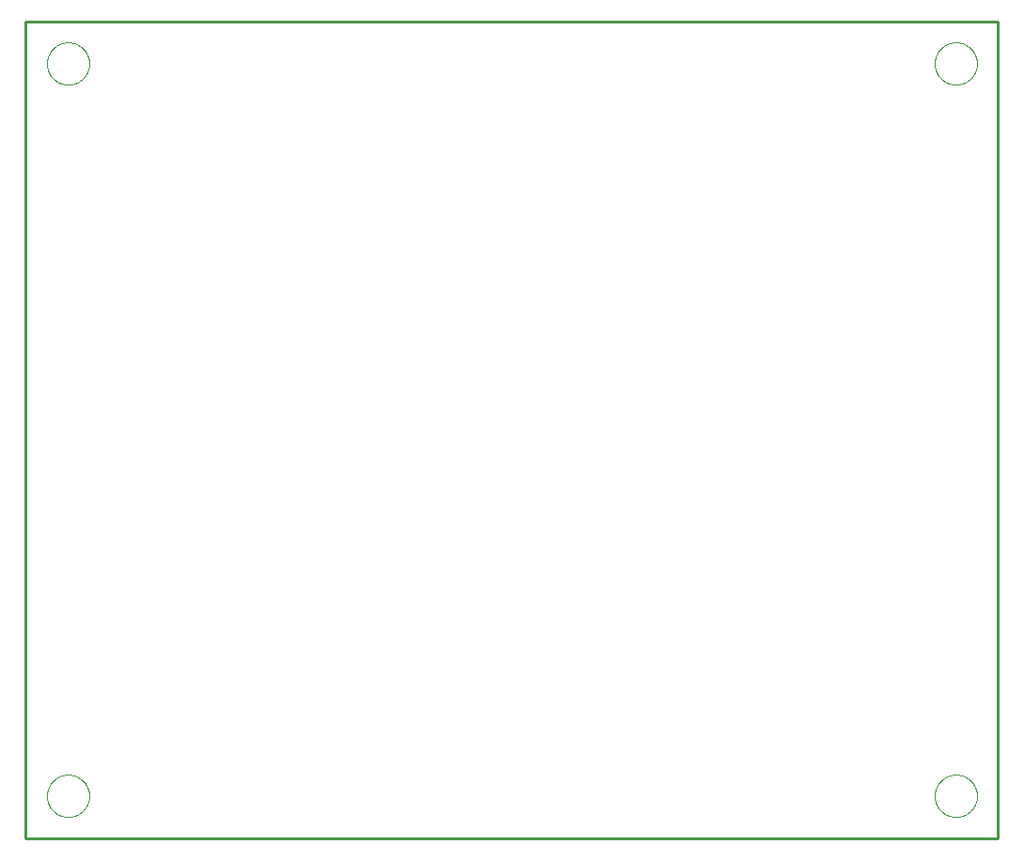
<source format=gko>
G75*
%MOIN*%
%OFA0B0*%
%FSLAX25Y25*%
%IPPOS*%
%LPD*%
%AMOC8*
5,1,8,0,0,1.08239X$1,22.5*
%
%ADD10C,0.00000*%
%ADD11C,0.01000*%
D10*
X0009000Y0016833D02*
X0009002Y0017017D01*
X0009009Y0017201D01*
X0009020Y0017385D01*
X0009036Y0017568D01*
X0009056Y0017751D01*
X0009081Y0017933D01*
X0009110Y0018115D01*
X0009144Y0018296D01*
X0009182Y0018476D01*
X0009225Y0018655D01*
X0009272Y0018833D01*
X0009323Y0019010D01*
X0009379Y0019186D01*
X0009438Y0019360D01*
X0009503Y0019532D01*
X0009571Y0019703D01*
X0009643Y0019872D01*
X0009720Y0020040D01*
X0009801Y0020205D01*
X0009886Y0020368D01*
X0009974Y0020530D01*
X0010067Y0020689D01*
X0010164Y0020845D01*
X0010264Y0021000D01*
X0010368Y0021152D01*
X0010476Y0021301D01*
X0010587Y0021447D01*
X0010702Y0021591D01*
X0010821Y0021732D01*
X0010943Y0021870D01*
X0011068Y0022005D01*
X0011197Y0022136D01*
X0011328Y0022265D01*
X0011463Y0022390D01*
X0011601Y0022512D01*
X0011742Y0022631D01*
X0011886Y0022746D01*
X0012032Y0022857D01*
X0012181Y0022965D01*
X0012333Y0023069D01*
X0012488Y0023169D01*
X0012644Y0023266D01*
X0012803Y0023359D01*
X0012965Y0023447D01*
X0013128Y0023532D01*
X0013293Y0023613D01*
X0013461Y0023690D01*
X0013630Y0023762D01*
X0013801Y0023830D01*
X0013973Y0023895D01*
X0014147Y0023954D01*
X0014323Y0024010D01*
X0014500Y0024061D01*
X0014678Y0024108D01*
X0014857Y0024151D01*
X0015037Y0024189D01*
X0015218Y0024223D01*
X0015400Y0024252D01*
X0015582Y0024277D01*
X0015765Y0024297D01*
X0015948Y0024313D01*
X0016132Y0024324D01*
X0016316Y0024331D01*
X0016500Y0024333D01*
X0016684Y0024331D01*
X0016868Y0024324D01*
X0017052Y0024313D01*
X0017235Y0024297D01*
X0017418Y0024277D01*
X0017600Y0024252D01*
X0017782Y0024223D01*
X0017963Y0024189D01*
X0018143Y0024151D01*
X0018322Y0024108D01*
X0018500Y0024061D01*
X0018677Y0024010D01*
X0018853Y0023954D01*
X0019027Y0023895D01*
X0019199Y0023830D01*
X0019370Y0023762D01*
X0019539Y0023690D01*
X0019707Y0023613D01*
X0019872Y0023532D01*
X0020035Y0023447D01*
X0020197Y0023359D01*
X0020356Y0023266D01*
X0020512Y0023169D01*
X0020667Y0023069D01*
X0020819Y0022965D01*
X0020968Y0022857D01*
X0021114Y0022746D01*
X0021258Y0022631D01*
X0021399Y0022512D01*
X0021537Y0022390D01*
X0021672Y0022265D01*
X0021803Y0022136D01*
X0021932Y0022005D01*
X0022057Y0021870D01*
X0022179Y0021732D01*
X0022298Y0021591D01*
X0022413Y0021447D01*
X0022524Y0021301D01*
X0022632Y0021152D01*
X0022736Y0021000D01*
X0022836Y0020845D01*
X0022933Y0020689D01*
X0023026Y0020530D01*
X0023114Y0020368D01*
X0023199Y0020205D01*
X0023280Y0020040D01*
X0023357Y0019872D01*
X0023429Y0019703D01*
X0023497Y0019532D01*
X0023562Y0019360D01*
X0023621Y0019186D01*
X0023677Y0019010D01*
X0023728Y0018833D01*
X0023775Y0018655D01*
X0023818Y0018476D01*
X0023856Y0018296D01*
X0023890Y0018115D01*
X0023919Y0017933D01*
X0023944Y0017751D01*
X0023964Y0017568D01*
X0023980Y0017385D01*
X0023991Y0017201D01*
X0023998Y0017017D01*
X0024000Y0016833D01*
X0023998Y0016649D01*
X0023991Y0016465D01*
X0023980Y0016281D01*
X0023964Y0016098D01*
X0023944Y0015915D01*
X0023919Y0015733D01*
X0023890Y0015551D01*
X0023856Y0015370D01*
X0023818Y0015190D01*
X0023775Y0015011D01*
X0023728Y0014833D01*
X0023677Y0014656D01*
X0023621Y0014480D01*
X0023562Y0014306D01*
X0023497Y0014134D01*
X0023429Y0013963D01*
X0023357Y0013794D01*
X0023280Y0013626D01*
X0023199Y0013461D01*
X0023114Y0013298D01*
X0023026Y0013136D01*
X0022933Y0012977D01*
X0022836Y0012821D01*
X0022736Y0012666D01*
X0022632Y0012514D01*
X0022524Y0012365D01*
X0022413Y0012219D01*
X0022298Y0012075D01*
X0022179Y0011934D01*
X0022057Y0011796D01*
X0021932Y0011661D01*
X0021803Y0011530D01*
X0021672Y0011401D01*
X0021537Y0011276D01*
X0021399Y0011154D01*
X0021258Y0011035D01*
X0021114Y0010920D01*
X0020968Y0010809D01*
X0020819Y0010701D01*
X0020667Y0010597D01*
X0020512Y0010497D01*
X0020356Y0010400D01*
X0020197Y0010307D01*
X0020035Y0010219D01*
X0019872Y0010134D01*
X0019707Y0010053D01*
X0019539Y0009976D01*
X0019370Y0009904D01*
X0019199Y0009836D01*
X0019027Y0009771D01*
X0018853Y0009712D01*
X0018677Y0009656D01*
X0018500Y0009605D01*
X0018322Y0009558D01*
X0018143Y0009515D01*
X0017963Y0009477D01*
X0017782Y0009443D01*
X0017600Y0009414D01*
X0017418Y0009389D01*
X0017235Y0009369D01*
X0017052Y0009353D01*
X0016868Y0009342D01*
X0016684Y0009335D01*
X0016500Y0009333D01*
X0016316Y0009335D01*
X0016132Y0009342D01*
X0015948Y0009353D01*
X0015765Y0009369D01*
X0015582Y0009389D01*
X0015400Y0009414D01*
X0015218Y0009443D01*
X0015037Y0009477D01*
X0014857Y0009515D01*
X0014678Y0009558D01*
X0014500Y0009605D01*
X0014323Y0009656D01*
X0014147Y0009712D01*
X0013973Y0009771D01*
X0013801Y0009836D01*
X0013630Y0009904D01*
X0013461Y0009976D01*
X0013293Y0010053D01*
X0013128Y0010134D01*
X0012965Y0010219D01*
X0012803Y0010307D01*
X0012644Y0010400D01*
X0012488Y0010497D01*
X0012333Y0010597D01*
X0012181Y0010701D01*
X0012032Y0010809D01*
X0011886Y0010920D01*
X0011742Y0011035D01*
X0011601Y0011154D01*
X0011463Y0011276D01*
X0011328Y0011401D01*
X0011197Y0011530D01*
X0011068Y0011661D01*
X0010943Y0011796D01*
X0010821Y0011934D01*
X0010702Y0012075D01*
X0010587Y0012219D01*
X0010476Y0012365D01*
X0010368Y0012514D01*
X0010264Y0012666D01*
X0010164Y0012821D01*
X0010067Y0012977D01*
X0009974Y0013136D01*
X0009886Y0013298D01*
X0009801Y0013461D01*
X0009720Y0013626D01*
X0009643Y0013794D01*
X0009571Y0013963D01*
X0009503Y0014134D01*
X0009438Y0014306D01*
X0009379Y0014480D01*
X0009323Y0014656D01*
X0009272Y0014833D01*
X0009225Y0015011D01*
X0009182Y0015190D01*
X0009144Y0015370D01*
X0009110Y0015551D01*
X0009081Y0015733D01*
X0009056Y0015915D01*
X0009036Y0016098D01*
X0009020Y0016281D01*
X0009009Y0016465D01*
X0009002Y0016649D01*
X0009000Y0016833D01*
X0009000Y0276833D02*
X0009002Y0277017D01*
X0009009Y0277201D01*
X0009020Y0277385D01*
X0009036Y0277568D01*
X0009056Y0277751D01*
X0009081Y0277933D01*
X0009110Y0278115D01*
X0009144Y0278296D01*
X0009182Y0278476D01*
X0009225Y0278655D01*
X0009272Y0278833D01*
X0009323Y0279010D01*
X0009379Y0279186D01*
X0009438Y0279360D01*
X0009503Y0279532D01*
X0009571Y0279703D01*
X0009643Y0279872D01*
X0009720Y0280040D01*
X0009801Y0280205D01*
X0009886Y0280368D01*
X0009974Y0280530D01*
X0010067Y0280689D01*
X0010164Y0280845D01*
X0010264Y0281000D01*
X0010368Y0281152D01*
X0010476Y0281301D01*
X0010587Y0281447D01*
X0010702Y0281591D01*
X0010821Y0281732D01*
X0010943Y0281870D01*
X0011068Y0282005D01*
X0011197Y0282136D01*
X0011328Y0282265D01*
X0011463Y0282390D01*
X0011601Y0282512D01*
X0011742Y0282631D01*
X0011886Y0282746D01*
X0012032Y0282857D01*
X0012181Y0282965D01*
X0012333Y0283069D01*
X0012488Y0283169D01*
X0012644Y0283266D01*
X0012803Y0283359D01*
X0012965Y0283447D01*
X0013128Y0283532D01*
X0013293Y0283613D01*
X0013461Y0283690D01*
X0013630Y0283762D01*
X0013801Y0283830D01*
X0013973Y0283895D01*
X0014147Y0283954D01*
X0014323Y0284010D01*
X0014500Y0284061D01*
X0014678Y0284108D01*
X0014857Y0284151D01*
X0015037Y0284189D01*
X0015218Y0284223D01*
X0015400Y0284252D01*
X0015582Y0284277D01*
X0015765Y0284297D01*
X0015948Y0284313D01*
X0016132Y0284324D01*
X0016316Y0284331D01*
X0016500Y0284333D01*
X0016684Y0284331D01*
X0016868Y0284324D01*
X0017052Y0284313D01*
X0017235Y0284297D01*
X0017418Y0284277D01*
X0017600Y0284252D01*
X0017782Y0284223D01*
X0017963Y0284189D01*
X0018143Y0284151D01*
X0018322Y0284108D01*
X0018500Y0284061D01*
X0018677Y0284010D01*
X0018853Y0283954D01*
X0019027Y0283895D01*
X0019199Y0283830D01*
X0019370Y0283762D01*
X0019539Y0283690D01*
X0019707Y0283613D01*
X0019872Y0283532D01*
X0020035Y0283447D01*
X0020197Y0283359D01*
X0020356Y0283266D01*
X0020512Y0283169D01*
X0020667Y0283069D01*
X0020819Y0282965D01*
X0020968Y0282857D01*
X0021114Y0282746D01*
X0021258Y0282631D01*
X0021399Y0282512D01*
X0021537Y0282390D01*
X0021672Y0282265D01*
X0021803Y0282136D01*
X0021932Y0282005D01*
X0022057Y0281870D01*
X0022179Y0281732D01*
X0022298Y0281591D01*
X0022413Y0281447D01*
X0022524Y0281301D01*
X0022632Y0281152D01*
X0022736Y0281000D01*
X0022836Y0280845D01*
X0022933Y0280689D01*
X0023026Y0280530D01*
X0023114Y0280368D01*
X0023199Y0280205D01*
X0023280Y0280040D01*
X0023357Y0279872D01*
X0023429Y0279703D01*
X0023497Y0279532D01*
X0023562Y0279360D01*
X0023621Y0279186D01*
X0023677Y0279010D01*
X0023728Y0278833D01*
X0023775Y0278655D01*
X0023818Y0278476D01*
X0023856Y0278296D01*
X0023890Y0278115D01*
X0023919Y0277933D01*
X0023944Y0277751D01*
X0023964Y0277568D01*
X0023980Y0277385D01*
X0023991Y0277201D01*
X0023998Y0277017D01*
X0024000Y0276833D01*
X0023998Y0276649D01*
X0023991Y0276465D01*
X0023980Y0276281D01*
X0023964Y0276098D01*
X0023944Y0275915D01*
X0023919Y0275733D01*
X0023890Y0275551D01*
X0023856Y0275370D01*
X0023818Y0275190D01*
X0023775Y0275011D01*
X0023728Y0274833D01*
X0023677Y0274656D01*
X0023621Y0274480D01*
X0023562Y0274306D01*
X0023497Y0274134D01*
X0023429Y0273963D01*
X0023357Y0273794D01*
X0023280Y0273626D01*
X0023199Y0273461D01*
X0023114Y0273298D01*
X0023026Y0273136D01*
X0022933Y0272977D01*
X0022836Y0272821D01*
X0022736Y0272666D01*
X0022632Y0272514D01*
X0022524Y0272365D01*
X0022413Y0272219D01*
X0022298Y0272075D01*
X0022179Y0271934D01*
X0022057Y0271796D01*
X0021932Y0271661D01*
X0021803Y0271530D01*
X0021672Y0271401D01*
X0021537Y0271276D01*
X0021399Y0271154D01*
X0021258Y0271035D01*
X0021114Y0270920D01*
X0020968Y0270809D01*
X0020819Y0270701D01*
X0020667Y0270597D01*
X0020512Y0270497D01*
X0020356Y0270400D01*
X0020197Y0270307D01*
X0020035Y0270219D01*
X0019872Y0270134D01*
X0019707Y0270053D01*
X0019539Y0269976D01*
X0019370Y0269904D01*
X0019199Y0269836D01*
X0019027Y0269771D01*
X0018853Y0269712D01*
X0018677Y0269656D01*
X0018500Y0269605D01*
X0018322Y0269558D01*
X0018143Y0269515D01*
X0017963Y0269477D01*
X0017782Y0269443D01*
X0017600Y0269414D01*
X0017418Y0269389D01*
X0017235Y0269369D01*
X0017052Y0269353D01*
X0016868Y0269342D01*
X0016684Y0269335D01*
X0016500Y0269333D01*
X0016316Y0269335D01*
X0016132Y0269342D01*
X0015948Y0269353D01*
X0015765Y0269369D01*
X0015582Y0269389D01*
X0015400Y0269414D01*
X0015218Y0269443D01*
X0015037Y0269477D01*
X0014857Y0269515D01*
X0014678Y0269558D01*
X0014500Y0269605D01*
X0014323Y0269656D01*
X0014147Y0269712D01*
X0013973Y0269771D01*
X0013801Y0269836D01*
X0013630Y0269904D01*
X0013461Y0269976D01*
X0013293Y0270053D01*
X0013128Y0270134D01*
X0012965Y0270219D01*
X0012803Y0270307D01*
X0012644Y0270400D01*
X0012488Y0270497D01*
X0012333Y0270597D01*
X0012181Y0270701D01*
X0012032Y0270809D01*
X0011886Y0270920D01*
X0011742Y0271035D01*
X0011601Y0271154D01*
X0011463Y0271276D01*
X0011328Y0271401D01*
X0011197Y0271530D01*
X0011068Y0271661D01*
X0010943Y0271796D01*
X0010821Y0271934D01*
X0010702Y0272075D01*
X0010587Y0272219D01*
X0010476Y0272365D01*
X0010368Y0272514D01*
X0010264Y0272666D01*
X0010164Y0272821D01*
X0010067Y0272977D01*
X0009974Y0273136D01*
X0009886Y0273298D01*
X0009801Y0273461D01*
X0009720Y0273626D01*
X0009643Y0273794D01*
X0009571Y0273963D01*
X0009503Y0274134D01*
X0009438Y0274306D01*
X0009379Y0274480D01*
X0009323Y0274656D01*
X0009272Y0274833D01*
X0009225Y0275011D01*
X0009182Y0275190D01*
X0009144Y0275370D01*
X0009110Y0275551D01*
X0009081Y0275733D01*
X0009056Y0275915D01*
X0009036Y0276098D01*
X0009020Y0276281D01*
X0009009Y0276465D01*
X0009002Y0276649D01*
X0009000Y0276833D01*
X0324000Y0276833D02*
X0324002Y0277017D01*
X0324009Y0277201D01*
X0324020Y0277385D01*
X0324036Y0277568D01*
X0324056Y0277751D01*
X0324081Y0277933D01*
X0324110Y0278115D01*
X0324144Y0278296D01*
X0324182Y0278476D01*
X0324225Y0278655D01*
X0324272Y0278833D01*
X0324323Y0279010D01*
X0324379Y0279186D01*
X0324438Y0279360D01*
X0324503Y0279532D01*
X0324571Y0279703D01*
X0324643Y0279872D01*
X0324720Y0280040D01*
X0324801Y0280205D01*
X0324886Y0280368D01*
X0324974Y0280530D01*
X0325067Y0280689D01*
X0325164Y0280845D01*
X0325264Y0281000D01*
X0325368Y0281152D01*
X0325476Y0281301D01*
X0325587Y0281447D01*
X0325702Y0281591D01*
X0325821Y0281732D01*
X0325943Y0281870D01*
X0326068Y0282005D01*
X0326197Y0282136D01*
X0326328Y0282265D01*
X0326463Y0282390D01*
X0326601Y0282512D01*
X0326742Y0282631D01*
X0326886Y0282746D01*
X0327032Y0282857D01*
X0327181Y0282965D01*
X0327333Y0283069D01*
X0327488Y0283169D01*
X0327644Y0283266D01*
X0327803Y0283359D01*
X0327965Y0283447D01*
X0328128Y0283532D01*
X0328293Y0283613D01*
X0328461Y0283690D01*
X0328630Y0283762D01*
X0328801Y0283830D01*
X0328973Y0283895D01*
X0329147Y0283954D01*
X0329323Y0284010D01*
X0329500Y0284061D01*
X0329678Y0284108D01*
X0329857Y0284151D01*
X0330037Y0284189D01*
X0330218Y0284223D01*
X0330400Y0284252D01*
X0330582Y0284277D01*
X0330765Y0284297D01*
X0330948Y0284313D01*
X0331132Y0284324D01*
X0331316Y0284331D01*
X0331500Y0284333D01*
X0331684Y0284331D01*
X0331868Y0284324D01*
X0332052Y0284313D01*
X0332235Y0284297D01*
X0332418Y0284277D01*
X0332600Y0284252D01*
X0332782Y0284223D01*
X0332963Y0284189D01*
X0333143Y0284151D01*
X0333322Y0284108D01*
X0333500Y0284061D01*
X0333677Y0284010D01*
X0333853Y0283954D01*
X0334027Y0283895D01*
X0334199Y0283830D01*
X0334370Y0283762D01*
X0334539Y0283690D01*
X0334707Y0283613D01*
X0334872Y0283532D01*
X0335035Y0283447D01*
X0335197Y0283359D01*
X0335356Y0283266D01*
X0335512Y0283169D01*
X0335667Y0283069D01*
X0335819Y0282965D01*
X0335968Y0282857D01*
X0336114Y0282746D01*
X0336258Y0282631D01*
X0336399Y0282512D01*
X0336537Y0282390D01*
X0336672Y0282265D01*
X0336803Y0282136D01*
X0336932Y0282005D01*
X0337057Y0281870D01*
X0337179Y0281732D01*
X0337298Y0281591D01*
X0337413Y0281447D01*
X0337524Y0281301D01*
X0337632Y0281152D01*
X0337736Y0281000D01*
X0337836Y0280845D01*
X0337933Y0280689D01*
X0338026Y0280530D01*
X0338114Y0280368D01*
X0338199Y0280205D01*
X0338280Y0280040D01*
X0338357Y0279872D01*
X0338429Y0279703D01*
X0338497Y0279532D01*
X0338562Y0279360D01*
X0338621Y0279186D01*
X0338677Y0279010D01*
X0338728Y0278833D01*
X0338775Y0278655D01*
X0338818Y0278476D01*
X0338856Y0278296D01*
X0338890Y0278115D01*
X0338919Y0277933D01*
X0338944Y0277751D01*
X0338964Y0277568D01*
X0338980Y0277385D01*
X0338991Y0277201D01*
X0338998Y0277017D01*
X0339000Y0276833D01*
X0338998Y0276649D01*
X0338991Y0276465D01*
X0338980Y0276281D01*
X0338964Y0276098D01*
X0338944Y0275915D01*
X0338919Y0275733D01*
X0338890Y0275551D01*
X0338856Y0275370D01*
X0338818Y0275190D01*
X0338775Y0275011D01*
X0338728Y0274833D01*
X0338677Y0274656D01*
X0338621Y0274480D01*
X0338562Y0274306D01*
X0338497Y0274134D01*
X0338429Y0273963D01*
X0338357Y0273794D01*
X0338280Y0273626D01*
X0338199Y0273461D01*
X0338114Y0273298D01*
X0338026Y0273136D01*
X0337933Y0272977D01*
X0337836Y0272821D01*
X0337736Y0272666D01*
X0337632Y0272514D01*
X0337524Y0272365D01*
X0337413Y0272219D01*
X0337298Y0272075D01*
X0337179Y0271934D01*
X0337057Y0271796D01*
X0336932Y0271661D01*
X0336803Y0271530D01*
X0336672Y0271401D01*
X0336537Y0271276D01*
X0336399Y0271154D01*
X0336258Y0271035D01*
X0336114Y0270920D01*
X0335968Y0270809D01*
X0335819Y0270701D01*
X0335667Y0270597D01*
X0335512Y0270497D01*
X0335356Y0270400D01*
X0335197Y0270307D01*
X0335035Y0270219D01*
X0334872Y0270134D01*
X0334707Y0270053D01*
X0334539Y0269976D01*
X0334370Y0269904D01*
X0334199Y0269836D01*
X0334027Y0269771D01*
X0333853Y0269712D01*
X0333677Y0269656D01*
X0333500Y0269605D01*
X0333322Y0269558D01*
X0333143Y0269515D01*
X0332963Y0269477D01*
X0332782Y0269443D01*
X0332600Y0269414D01*
X0332418Y0269389D01*
X0332235Y0269369D01*
X0332052Y0269353D01*
X0331868Y0269342D01*
X0331684Y0269335D01*
X0331500Y0269333D01*
X0331316Y0269335D01*
X0331132Y0269342D01*
X0330948Y0269353D01*
X0330765Y0269369D01*
X0330582Y0269389D01*
X0330400Y0269414D01*
X0330218Y0269443D01*
X0330037Y0269477D01*
X0329857Y0269515D01*
X0329678Y0269558D01*
X0329500Y0269605D01*
X0329323Y0269656D01*
X0329147Y0269712D01*
X0328973Y0269771D01*
X0328801Y0269836D01*
X0328630Y0269904D01*
X0328461Y0269976D01*
X0328293Y0270053D01*
X0328128Y0270134D01*
X0327965Y0270219D01*
X0327803Y0270307D01*
X0327644Y0270400D01*
X0327488Y0270497D01*
X0327333Y0270597D01*
X0327181Y0270701D01*
X0327032Y0270809D01*
X0326886Y0270920D01*
X0326742Y0271035D01*
X0326601Y0271154D01*
X0326463Y0271276D01*
X0326328Y0271401D01*
X0326197Y0271530D01*
X0326068Y0271661D01*
X0325943Y0271796D01*
X0325821Y0271934D01*
X0325702Y0272075D01*
X0325587Y0272219D01*
X0325476Y0272365D01*
X0325368Y0272514D01*
X0325264Y0272666D01*
X0325164Y0272821D01*
X0325067Y0272977D01*
X0324974Y0273136D01*
X0324886Y0273298D01*
X0324801Y0273461D01*
X0324720Y0273626D01*
X0324643Y0273794D01*
X0324571Y0273963D01*
X0324503Y0274134D01*
X0324438Y0274306D01*
X0324379Y0274480D01*
X0324323Y0274656D01*
X0324272Y0274833D01*
X0324225Y0275011D01*
X0324182Y0275190D01*
X0324144Y0275370D01*
X0324110Y0275551D01*
X0324081Y0275733D01*
X0324056Y0275915D01*
X0324036Y0276098D01*
X0324020Y0276281D01*
X0324009Y0276465D01*
X0324002Y0276649D01*
X0324000Y0276833D01*
X0324000Y0016833D02*
X0324002Y0017017D01*
X0324009Y0017201D01*
X0324020Y0017385D01*
X0324036Y0017568D01*
X0324056Y0017751D01*
X0324081Y0017933D01*
X0324110Y0018115D01*
X0324144Y0018296D01*
X0324182Y0018476D01*
X0324225Y0018655D01*
X0324272Y0018833D01*
X0324323Y0019010D01*
X0324379Y0019186D01*
X0324438Y0019360D01*
X0324503Y0019532D01*
X0324571Y0019703D01*
X0324643Y0019872D01*
X0324720Y0020040D01*
X0324801Y0020205D01*
X0324886Y0020368D01*
X0324974Y0020530D01*
X0325067Y0020689D01*
X0325164Y0020845D01*
X0325264Y0021000D01*
X0325368Y0021152D01*
X0325476Y0021301D01*
X0325587Y0021447D01*
X0325702Y0021591D01*
X0325821Y0021732D01*
X0325943Y0021870D01*
X0326068Y0022005D01*
X0326197Y0022136D01*
X0326328Y0022265D01*
X0326463Y0022390D01*
X0326601Y0022512D01*
X0326742Y0022631D01*
X0326886Y0022746D01*
X0327032Y0022857D01*
X0327181Y0022965D01*
X0327333Y0023069D01*
X0327488Y0023169D01*
X0327644Y0023266D01*
X0327803Y0023359D01*
X0327965Y0023447D01*
X0328128Y0023532D01*
X0328293Y0023613D01*
X0328461Y0023690D01*
X0328630Y0023762D01*
X0328801Y0023830D01*
X0328973Y0023895D01*
X0329147Y0023954D01*
X0329323Y0024010D01*
X0329500Y0024061D01*
X0329678Y0024108D01*
X0329857Y0024151D01*
X0330037Y0024189D01*
X0330218Y0024223D01*
X0330400Y0024252D01*
X0330582Y0024277D01*
X0330765Y0024297D01*
X0330948Y0024313D01*
X0331132Y0024324D01*
X0331316Y0024331D01*
X0331500Y0024333D01*
X0331684Y0024331D01*
X0331868Y0024324D01*
X0332052Y0024313D01*
X0332235Y0024297D01*
X0332418Y0024277D01*
X0332600Y0024252D01*
X0332782Y0024223D01*
X0332963Y0024189D01*
X0333143Y0024151D01*
X0333322Y0024108D01*
X0333500Y0024061D01*
X0333677Y0024010D01*
X0333853Y0023954D01*
X0334027Y0023895D01*
X0334199Y0023830D01*
X0334370Y0023762D01*
X0334539Y0023690D01*
X0334707Y0023613D01*
X0334872Y0023532D01*
X0335035Y0023447D01*
X0335197Y0023359D01*
X0335356Y0023266D01*
X0335512Y0023169D01*
X0335667Y0023069D01*
X0335819Y0022965D01*
X0335968Y0022857D01*
X0336114Y0022746D01*
X0336258Y0022631D01*
X0336399Y0022512D01*
X0336537Y0022390D01*
X0336672Y0022265D01*
X0336803Y0022136D01*
X0336932Y0022005D01*
X0337057Y0021870D01*
X0337179Y0021732D01*
X0337298Y0021591D01*
X0337413Y0021447D01*
X0337524Y0021301D01*
X0337632Y0021152D01*
X0337736Y0021000D01*
X0337836Y0020845D01*
X0337933Y0020689D01*
X0338026Y0020530D01*
X0338114Y0020368D01*
X0338199Y0020205D01*
X0338280Y0020040D01*
X0338357Y0019872D01*
X0338429Y0019703D01*
X0338497Y0019532D01*
X0338562Y0019360D01*
X0338621Y0019186D01*
X0338677Y0019010D01*
X0338728Y0018833D01*
X0338775Y0018655D01*
X0338818Y0018476D01*
X0338856Y0018296D01*
X0338890Y0018115D01*
X0338919Y0017933D01*
X0338944Y0017751D01*
X0338964Y0017568D01*
X0338980Y0017385D01*
X0338991Y0017201D01*
X0338998Y0017017D01*
X0339000Y0016833D01*
X0338998Y0016649D01*
X0338991Y0016465D01*
X0338980Y0016281D01*
X0338964Y0016098D01*
X0338944Y0015915D01*
X0338919Y0015733D01*
X0338890Y0015551D01*
X0338856Y0015370D01*
X0338818Y0015190D01*
X0338775Y0015011D01*
X0338728Y0014833D01*
X0338677Y0014656D01*
X0338621Y0014480D01*
X0338562Y0014306D01*
X0338497Y0014134D01*
X0338429Y0013963D01*
X0338357Y0013794D01*
X0338280Y0013626D01*
X0338199Y0013461D01*
X0338114Y0013298D01*
X0338026Y0013136D01*
X0337933Y0012977D01*
X0337836Y0012821D01*
X0337736Y0012666D01*
X0337632Y0012514D01*
X0337524Y0012365D01*
X0337413Y0012219D01*
X0337298Y0012075D01*
X0337179Y0011934D01*
X0337057Y0011796D01*
X0336932Y0011661D01*
X0336803Y0011530D01*
X0336672Y0011401D01*
X0336537Y0011276D01*
X0336399Y0011154D01*
X0336258Y0011035D01*
X0336114Y0010920D01*
X0335968Y0010809D01*
X0335819Y0010701D01*
X0335667Y0010597D01*
X0335512Y0010497D01*
X0335356Y0010400D01*
X0335197Y0010307D01*
X0335035Y0010219D01*
X0334872Y0010134D01*
X0334707Y0010053D01*
X0334539Y0009976D01*
X0334370Y0009904D01*
X0334199Y0009836D01*
X0334027Y0009771D01*
X0333853Y0009712D01*
X0333677Y0009656D01*
X0333500Y0009605D01*
X0333322Y0009558D01*
X0333143Y0009515D01*
X0332963Y0009477D01*
X0332782Y0009443D01*
X0332600Y0009414D01*
X0332418Y0009389D01*
X0332235Y0009369D01*
X0332052Y0009353D01*
X0331868Y0009342D01*
X0331684Y0009335D01*
X0331500Y0009333D01*
X0331316Y0009335D01*
X0331132Y0009342D01*
X0330948Y0009353D01*
X0330765Y0009369D01*
X0330582Y0009389D01*
X0330400Y0009414D01*
X0330218Y0009443D01*
X0330037Y0009477D01*
X0329857Y0009515D01*
X0329678Y0009558D01*
X0329500Y0009605D01*
X0329323Y0009656D01*
X0329147Y0009712D01*
X0328973Y0009771D01*
X0328801Y0009836D01*
X0328630Y0009904D01*
X0328461Y0009976D01*
X0328293Y0010053D01*
X0328128Y0010134D01*
X0327965Y0010219D01*
X0327803Y0010307D01*
X0327644Y0010400D01*
X0327488Y0010497D01*
X0327333Y0010597D01*
X0327181Y0010701D01*
X0327032Y0010809D01*
X0326886Y0010920D01*
X0326742Y0011035D01*
X0326601Y0011154D01*
X0326463Y0011276D01*
X0326328Y0011401D01*
X0326197Y0011530D01*
X0326068Y0011661D01*
X0325943Y0011796D01*
X0325821Y0011934D01*
X0325702Y0012075D01*
X0325587Y0012219D01*
X0325476Y0012365D01*
X0325368Y0012514D01*
X0325264Y0012666D01*
X0325164Y0012821D01*
X0325067Y0012977D01*
X0324974Y0013136D01*
X0324886Y0013298D01*
X0324801Y0013461D01*
X0324720Y0013626D01*
X0324643Y0013794D01*
X0324571Y0013963D01*
X0324503Y0014134D01*
X0324438Y0014306D01*
X0324379Y0014480D01*
X0324323Y0014656D01*
X0324272Y0014833D01*
X0324225Y0015011D01*
X0324182Y0015190D01*
X0324144Y0015370D01*
X0324110Y0015551D01*
X0324081Y0015733D01*
X0324056Y0015915D01*
X0324036Y0016098D01*
X0324020Y0016281D01*
X0324009Y0016465D01*
X0324002Y0016649D01*
X0324000Y0016833D01*
D11*
X0346500Y0001833D02*
X0001500Y0001833D01*
X0001500Y0291833D01*
X0346500Y0291833D01*
X0346500Y0001833D01*
M02*

</source>
